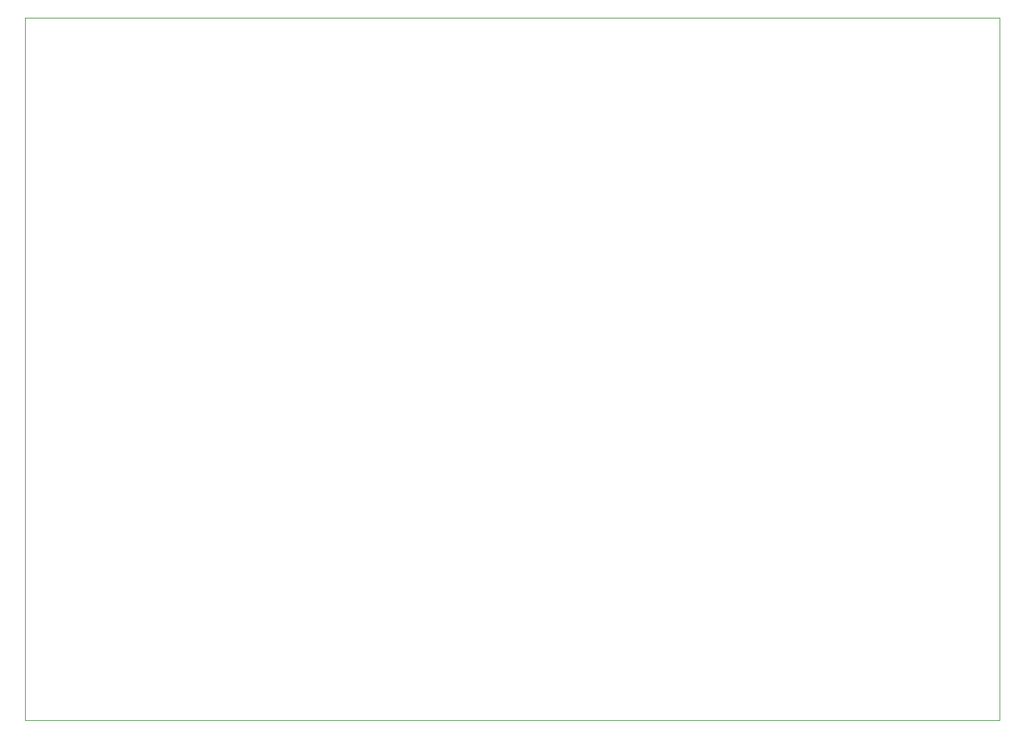
<source format=gm1>
G04 #@! TF.GenerationSoftware,KiCad,Pcbnew,7.0.1*
G04 #@! TF.CreationDate,2023-03-23T12:40:00+01:00*
G04 #@! TF.ProjectId,ESP32-BMS_Ctrl,45535033-322d-4424-9d53-5f4374726c2e,rev?*
G04 #@! TF.SameCoordinates,Original*
G04 #@! TF.FileFunction,Profile,NP*
%FSLAX46Y46*%
G04 Gerber Fmt 4.6, Leading zero omitted, Abs format (unit mm)*
G04 Created by KiCad (PCBNEW 7.0.1) date 2023-03-23 12:40:00*
%MOMM*%
%LPD*%
G01*
G04 APERTURE LIST*
G04 #@! TA.AperFunction,Profile*
%ADD10C,0.100000*%
G04 #@! TD*
G04 APERTURE END LIST*
D10*
X93345000Y-41910000D02*
X218440000Y-41910000D01*
X218440000Y-132080000D01*
X93345000Y-132080000D01*
X93345000Y-41910000D01*
M02*

</source>
